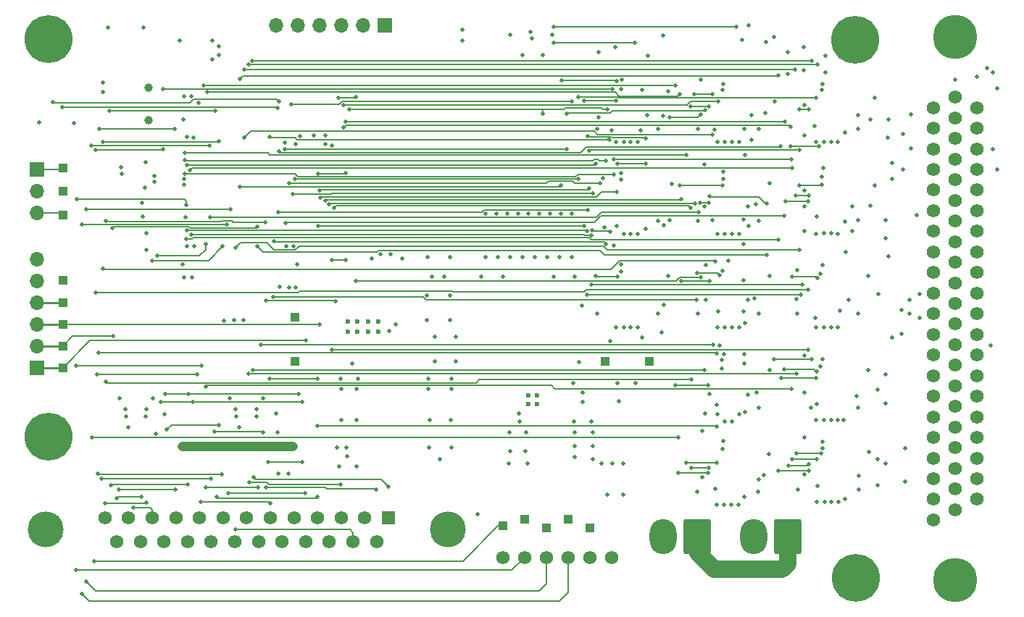
<source format=gbr>
%TF.GenerationSoftware,KiCad,Pcbnew,8.0.1*%
%TF.CreationDate,2024-11-04T21:37:07-08:00*%
%TF.ProjectId,kasm_pcb_rev2,6b61736d-5f70-4636-925f-726576322e6b,rev?*%
%TF.SameCoordinates,Original*%
%TF.FileFunction,Copper,L3,Inr*%
%TF.FilePolarity,Positive*%
%FSLAX46Y46*%
G04 Gerber Fmt 4.6, Leading zero omitted, Abs format (unit mm)*
G04 Created by KiCad (PCBNEW 8.0.1) date 2024-11-04 21:37:07*
%MOMM*%
%LPD*%
G01*
G04 APERTURE LIST*
G04 Aperture macros list*
%AMRoundRect*
0 Rectangle with rounded corners*
0 $1 Rounding radius*
0 $2 $3 $4 $5 $6 $7 $8 $9 X,Y pos of 4 corners*
0 Add a 4 corners polygon primitive as box body*
4,1,4,$2,$3,$4,$5,$6,$7,$8,$9,$2,$3,0*
0 Add four circle primitives for the rounded corners*
1,1,$1+$1,$2,$3*
1,1,$1+$1,$4,$5*
1,1,$1+$1,$6,$7*
1,1,$1+$1,$8,$9*
0 Add four rect primitives between the rounded corners*
20,1,$1+$1,$2,$3,$4,$5,0*
20,1,$1+$1,$4,$5,$6,$7,0*
20,1,$1+$1,$6,$7,$8,$9,0*
20,1,$1+$1,$8,$9,$2,$3,0*%
G04 Aperture macros list end*
%TA.AperFunction,ComponentPad*%
%ADD10C,4.191000*%
%TD*%
%TA.AperFunction,ComponentPad*%
%ADD11R,1.562100X1.562100*%
%TD*%
%TA.AperFunction,ComponentPad*%
%ADD12C,1.562100*%
%TD*%
%TA.AperFunction,ComponentPad*%
%ADD13C,0.600000*%
%TD*%
%TA.AperFunction,ComponentPad*%
%ADD14R,1.000000X1.000000*%
%TD*%
%TA.AperFunction,ComponentPad*%
%ADD15RoundRect,0.250000X1.330000X1.800000X-1.330000X1.800000X-1.330000X-1.800000X1.330000X-1.800000X0*%
%TD*%
%TA.AperFunction,ComponentPad*%
%ADD16O,3.160000X4.100000*%
%TD*%
%TA.AperFunction,ComponentPad*%
%ADD17C,5.600000*%
%TD*%
%TA.AperFunction,ComponentPad*%
%ADD18C,1.574800*%
%TD*%
%TA.AperFunction,ComponentPad*%
%ADD19C,1.575000*%
%TD*%
%TA.AperFunction,ComponentPad*%
%ADD20C,5.175000*%
%TD*%
%TA.AperFunction,ComponentPad*%
%ADD21C,1.000000*%
%TD*%
%TA.AperFunction,ComponentPad*%
%ADD22R,1.700000X1.700000*%
%TD*%
%TA.AperFunction,ComponentPad*%
%ADD23O,1.700000X1.700000*%
%TD*%
%TA.AperFunction,ViaPad*%
%ADD24C,0.500000*%
%TD*%
%TA.AperFunction,Conductor*%
%ADD25C,0.200000*%
%TD*%
%TA.AperFunction,Conductor*%
%ADD26C,0.127000*%
%TD*%
%TA.AperFunction,Conductor*%
%ADD27C,2.000000*%
%TD*%
%TA.AperFunction,Conductor*%
%ADD28C,0.254000*%
%TD*%
%TA.AperFunction,Conductor*%
%ADD29C,1.100000*%
%TD*%
G04 APERTURE END LIST*
D10*
%TO.N,GND*%
%TO.C,J4*%
X81077400Y-115697000D03*
X128118200Y-115697000D03*
D11*
%TO.N,/Eddy Current Sensors/IN3A*%
X121157800Y-114274600D03*
D12*
%TO.N,unconnected-(J4-Pad2)*%
X118397800Y-114274600D03*
%TO.N,/Eddy Current Sensors/IN2B*%
X115637800Y-114274600D03*
%TO.N,/Eddy Current Sensors/IN1A*%
X112877800Y-114274600D03*
%TO.N,unconnected-(J4-Pad5)*%
X110117800Y-114274600D03*
%TO.N,/Eddy Current Sensors/IN0A*%
X107357800Y-114274600D03*
%TO.N,unconnected-(J4-Pad7)*%
X104597800Y-114274600D03*
%TO.N,/Eddy Current Sensors/IN4A*%
X101837800Y-114274600D03*
%TO.N,unconnected-(J4-Pad9)*%
X99077800Y-114274600D03*
%TO.N,/Eddy Current Sensors/IN5B*%
X96317800Y-114274600D03*
%TO.N,/Eddy Current Sensors/IN6A*%
X93557800Y-114274600D03*
%TO.N,unconnected-(J4-Pad12)*%
X90797800Y-114274600D03*
%TO.N,/Eddy Current Sensors/IN7B*%
X88037800Y-114274600D03*
%TO.N,/Eddy Current Sensors/IN3B*%
X119777800Y-117119400D03*
%TO.N,/Eddy Current Sensors/IN2A*%
X117017800Y-117119400D03*
%TO.N,unconnected-(J4-P16-Pad16)*%
X114257800Y-117119400D03*
%TO.N,/Eddy Current Sensors/IN1B*%
X111497800Y-117119400D03*
%TO.N,unconnected-(J4-P18-Pad18)*%
X108737800Y-117119400D03*
%TO.N,/Eddy Current Sensors/IN0B*%
X105977800Y-117119400D03*
%TO.N,unconnected-(J4-P20-Pad20)*%
X103217800Y-117119400D03*
%TO.N,/Eddy Current Sensors/IN4B*%
X100457800Y-117119400D03*
%TO.N,/Eddy Current Sensors/IN5A*%
X97697800Y-117119400D03*
%TO.N,unconnected-(J4-P23-Pad23)*%
X94937800Y-117119400D03*
%TO.N,/Eddy Current Sensors/IN6B*%
X92177800Y-117119400D03*
%TO.N,/Eddy Current Sensors/IN7A*%
X89417800Y-117119400D03*
%TD*%
D13*
%TO.N,GND*%
%TO.C,U1*%
X119989600Y-91357600D03*
X118789600Y-91357600D03*
X117489600Y-91357600D03*
X116389600Y-91357600D03*
X119989600Y-92557600D03*
X118789600Y-92557600D03*
X117489600Y-92557600D03*
X116389600Y-92557600D03*
%TD*%
D14*
%TO.N,GND*%
%TO.C,TP13*%
X110261400Y-90850600D03*
%TD*%
D15*
%TO.N,+12V*%
%TO.C,J1*%
X167784000Y-116522600D03*
D16*
%TO.N,GND*%
X163824000Y-116522600D03*
%TD*%
D14*
%TO.N,GND*%
%TO.C,TP15*%
X83108800Y-86563200D03*
%TD*%
D17*
%TO.N,GND*%
%TO.C,H3*%
X81432400Y-58389400D03*
%TD*%
D14*
%TO.N,GND*%
%TO.C,TP16*%
X144741900Y-115468400D03*
%TD*%
D18*
%TO.N,SPI6_NSS*%
%TO.C,J6*%
X134518400Y-118986800D03*
%TO.N,SPI6_SCK*%
X137058400Y-118986800D03*
%TO.N,SPI6_MISO*%
X139598400Y-118986800D03*
%TO.N,SPI6_MOSI*%
X142138400Y-118986800D03*
%TO.N,GND*%
X144678400Y-118986800D03*
%TO.N,unconnected-(J6-Pin_6-Pad6)*%
X147218400Y-118986800D03*
%TD*%
D14*
%TO.N,UART4_TX*%
%TO.C,TP14*%
X83108800Y-78892400D03*
%TD*%
%TO.N,+1.8V*%
%TO.C,TP5*%
X151638000Y-96062800D03*
%TD*%
%TO.N,GND*%
%TO.C,TP1*%
X146456400Y-96062800D03*
%TD*%
D19*
%TO.N,HRTIM_CHA1_OUT1*%
%TO.C,J20*%
X184835800Y-66362800D03*
%TO.N,HRTIM_CHA1_OUT2*%
X184835800Y-68772800D03*
%TO.N,HRTIM_CHA2_OUT1*%
X184835800Y-71182800D03*
%TO.N,HRTIM_CHA2_OUT2*%
X184835800Y-73592800D03*
%TO.N,HRTIM_CHB1_OUT1*%
X184835800Y-76002800D03*
%TO.N,HRTIM_CHB1_OUT2*%
X184835800Y-78412800D03*
%TO.N,TIM8_CH4_OUT1*%
X184835800Y-80822800D03*
%TO.N,TIM8_CH4_OUT2*%
X184835800Y-83232800D03*
%TO.N,TIM2_CH1_OUT1*%
X184835800Y-85642800D03*
%TO.N,TIM2_CH1_OUT2*%
X184835800Y-88052800D03*
%TO.N,TIM5_CH2_OUT1*%
X184835800Y-90462800D03*
%TO.N,TIM5_CH2_OUT2*%
X184835800Y-92872800D03*
%TO.N,HRTIM_CHB2_OUT1*%
X184835800Y-95282800D03*
%TO.N,HRTIM_CHB2_OUT2*%
X184835800Y-97692800D03*
%TO.N,HRTIM_CHC1_OUT1*%
X184835800Y-100102800D03*
%TO.N,HRTIM_CHC1_OUT2*%
X184835800Y-102512800D03*
%TO.N,TIM5_CH3_OUT1*%
X184835800Y-104922800D03*
%TO.N,TIM5_CH3_OUT2*%
X184835800Y-107332800D03*
%TO.N,TIM13_CH1_OUT1*%
X184835800Y-109742800D03*
%TO.N,TIM13_CH1_OUT2*%
X184835800Y-112152800D03*
%TO.N,unconnected-(J20-Pad21)*%
X184835800Y-114562800D03*
%TO.N,HRTIM_CHC2_OUT1*%
X187375800Y-65157800D03*
%TO.N,HRTIM_CHC2_OUT2*%
X187375800Y-67567800D03*
%TO.N,HRTIM_CHD1_OUT1*%
X187375800Y-69977800D03*
%TO.N,HRTIM_CHD1_OUT2*%
X187375800Y-72387800D03*
%TO.N,TIM14_CH1_OUT1*%
X187375800Y-74797800D03*
%TO.N,TIM14_CH1_OUT2*%
X187375800Y-77207800D03*
%TO.N,TIM1_CH1_OUT1*%
X187375800Y-79617800D03*
%TO.N,TIM1_CH1_OUT2*%
X187375800Y-82027800D03*
%TO.N,HRTIM_CHD2_OUT1*%
X187375800Y-84437800D03*
%TO.N,HRTIM_CHD2_OUT2*%
X187375800Y-86847800D03*
%TO.N,TIM4_CH2_OUT1*%
X187375800Y-89257800D03*
%TO.N,TIM4_CH2_OUT2*%
X187375800Y-91667800D03*
%TO.N,TIM1_CH2_OUT1*%
X187375800Y-94077800D03*
%TO.N,TIM1_CH2_OUT2*%
X187375800Y-96487800D03*
%TO.N,TIM1_CH3_OUT1*%
X187375800Y-98897800D03*
%TO.N,TIM1_CH3_OUT2*%
X187375800Y-101307800D03*
%TO.N,TIM16_CH1_OUT1*%
X187375800Y-103717800D03*
%TO.N,TIM16_CH1_OUT2*%
X187375800Y-106127800D03*
%TO.N,TIM15_CH1_OUT1*%
X187375800Y-108537800D03*
%TO.N,TIM15_CH1_OUT2*%
X187375800Y-110947800D03*
%TO.N,unconnected-(J20-Pad42)*%
X187375800Y-113357800D03*
%TO.N,TIM1_CH4_OUT1*%
X189915800Y-66362800D03*
%TO.N,TIM1_CH4_OUT2*%
X189915800Y-68772800D03*
%TO.N,TIM12_CH2_OUT1*%
X189915800Y-71182800D03*
%TO.N,TIM12_CH2_OUT2*%
X189915800Y-73592800D03*
%TO.N,TIM15_CH2_OUT1*%
X189915800Y-76002800D03*
%TO.N,TIM15_CH2_OUT2*%
X189915800Y-78412800D03*
%TO.N,TIM4_CH1_OUT1*%
X189915800Y-80822800D03*
%TO.N,TIM4_CH1_OUT2*%
X189915800Y-83232800D03*
%TO.N,TIM4_CH3_OUT1*%
X189915800Y-85642800D03*
%TO.N,TIM4_CH3_OUT2*%
X189915800Y-88052800D03*
%TO.N,TIM4_CH4_OUT1*%
X189915800Y-90462800D03*
%TO.N,TIM4_CH4_OUT2*%
X189915800Y-92872800D03*
%TO.N,unconnected-(J20-Pad55)*%
X189915800Y-95282800D03*
%TO.N,unconnected-(J20-Pad56)*%
X189915800Y-97692800D03*
%TO.N,unconnected-(J20-Pad57)*%
X189915800Y-100102800D03*
%TO.N,unconnected-(J20-Pad58)*%
X189915800Y-102512800D03*
%TO.N,unconnected-(J20-Pad59)*%
X189915800Y-104922800D03*
%TO.N,unconnected-(J20-Pad60)*%
X189915800Y-107332800D03*
%TO.N,unconnected-(J20-Pad61)*%
X189915800Y-109742800D03*
%TO.N,unconnected-(J20-Pad62)*%
X189915800Y-112152800D03*
D20*
%TO.N,GND*%
X187375800Y-58109800D03*
X187375800Y-121610800D03*
%TD*%
D14*
%TO.N,SPI2_SCK*%
%TO.C,TP7*%
X83108800Y-94250932D03*
%TD*%
D17*
%TO.N,GND*%
%TO.C,H2*%
X81432400Y-104825800D03*
%TD*%
D14*
%TO.N,SPI2_MOSI*%
%TO.C,TP10*%
X83108800Y-89204800D03*
%TD*%
%TO.N,SPI2_NSS*%
%TO.C,TP8*%
X83108800Y-96774000D03*
%TD*%
%TO.N,SPI2_MISO*%
%TO.C,TP9*%
X83108800Y-91727866D03*
%TD*%
D13*
%TO.N,GND*%
%TO.C,U2*%
X137527600Y-100995000D03*
X138527600Y-100995000D03*
X137527600Y-99995000D03*
X138527600Y-99995000D03*
%TD*%
D17*
%TO.N,GND*%
%TO.C,H1*%
X175793400Y-121335800D03*
%TD*%
D14*
%TO.N,SPI6_MOSI*%
%TO.C,TP6*%
X142201900Y-114452400D03*
%TD*%
D17*
%TO.N,GND*%
%TO.C,H4*%
X175691800Y-58445400D03*
%TD*%
D21*
%TO.N,I2C4_SCL*%
%TO.C,TP27*%
X93141800Y-64033400D03*
%TD*%
D14*
%TO.N,SPI6_SCK*%
%TO.C,TP2*%
X137121900Y-114452400D03*
%TD*%
D22*
%TO.N,+3.3V*%
%TO.C,J5*%
X120777000Y-56769000D03*
D23*
%TO.N,DEBUG_JTCK-SWCLK*%
X118237000Y-56769000D03*
%TO.N,GND*%
X115697000Y-56769000D03*
%TO.N,DEBUG_JTMS-SWDIO*%
X113157000Y-56769000D03*
%TO.N,/MCU/NRST*%
X110617000Y-56769000D03*
%TO.N,DEBUG_JTDO-SWO*%
X108077000Y-56769000D03*
%TD*%
D22*
%TO.N,UART4_RX*%
%TO.C,J7*%
X80137000Y-73609200D03*
D23*
%TO.N,GND*%
X80137000Y-76149200D03*
%TO.N,UART4_TX*%
X80137000Y-78689200D03*
%TD*%
D22*
%TO.N,SPI2_NSS*%
%TO.C,J3*%
X80137000Y-96748600D03*
D23*
%TO.N,SPI2_SCK*%
X80137000Y-94208600D03*
%TO.N,SPI2_MISO*%
X80137000Y-91668600D03*
%TO.N,SPI2_MOSI*%
X80137000Y-89128600D03*
%TO.N,GND*%
X80137000Y-86588600D03*
%TO.N,unconnected-(J3-Pin_6-Pad6)*%
X80137000Y-84048600D03*
%TD*%
D21*
%TO.N,I2C4_SDA*%
%TO.C,TP26*%
X93141800Y-67843400D03*
%TD*%
D14*
%TO.N,GND*%
%TO.C,TP17*%
X83108800Y-76149200D03*
%TD*%
%TO.N,UART4_RX*%
%TO.C,TP11*%
X83108800Y-73406000D03*
%TD*%
%TO.N,+3.3V*%
%TO.C,TP12*%
X110261400Y-96012000D03*
%TD*%
%TO.N,SPI6_MISO*%
%TO.C,TP4*%
X139661900Y-115468400D03*
%TD*%
%TO.N,SPI6_NSS*%
%TO.C,TP3*%
X134581900Y-115214400D03*
%TD*%
D15*
%TO.N,+12V*%
%TO.C,J2*%
X157198200Y-116522600D03*
D16*
%TO.N,GND*%
X153238200Y-116522600D03*
%TD*%
D24*
%TO.N,GND*%
X116357400Y-107137200D03*
%TO.N,+3.3V*%
X131572000Y-113893600D03*
%TO.N,GND*%
X171881800Y-63576200D03*
X101346000Y-59182000D03*
X120218200Y-83515200D03*
X115697000Y-102870000D03*
X142544800Y-78765400D03*
X173685200Y-70408800D03*
X117627400Y-98094800D03*
X162026600Y-112826800D03*
X92684600Y-75717400D03*
X152628600Y-90451400D03*
X148310600Y-84709000D03*
X176022000Y-79554800D03*
X172868500Y-70404000D03*
X152628600Y-68861400D03*
X115138200Y-106095800D03*
X125882400Y-106095800D03*
X135051800Y-78765400D03*
X148437600Y-63100700D03*
X164439600Y-68861400D03*
X115697000Y-99263200D03*
X116255800Y-106095800D03*
X143891000Y-99650800D03*
X125704600Y-83845400D03*
X135204200Y-108000800D03*
X150291800Y-81102200D03*
X137185400Y-106527600D03*
X113766600Y-70612000D03*
X98958400Y-65786000D03*
X90805000Y-103733600D03*
X96774000Y-58547000D03*
X162102800Y-81102200D03*
X128422400Y-102870000D03*
X126212600Y-86156800D03*
X148336000Y-74015600D03*
X160274000Y-73865600D03*
X94996000Y-102209600D03*
X172870700Y-102920800D03*
X108432600Y-87274400D03*
X97155000Y-84658200D03*
X114579400Y-70781900D03*
X157327600Y-90449400D03*
X97663000Y-82575400D03*
X153847800Y-64465200D03*
X133807200Y-78765400D03*
X145034000Y-104292400D03*
X157251400Y-111282200D03*
X116916200Y-96291400D03*
X108000800Y-102108000D03*
X160909000Y-84226400D03*
X165658800Y-97053400D03*
X162102800Y-102235000D03*
X177977800Y-75412600D03*
X146050000Y-108000800D03*
X146354800Y-80340200D03*
X135331200Y-104292400D03*
X146710400Y-111582200D03*
X145034000Y-107416600D03*
X149484300Y-70358000D03*
X171907200Y-105435400D03*
X122021600Y-91694000D03*
X137236200Y-104292400D03*
X164363400Y-111284200D03*
X145516600Y-68859400D03*
X162102800Y-70358000D03*
X110312200Y-70612000D03*
X88392000Y-57023000D03*
X101981000Y-91287600D03*
X137947400Y-58293000D03*
X153847800Y-86055200D03*
X128346200Y-83845400D03*
X148564600Y-111607600D03*
X160274000Y-63576200D03*
X92583000Y-57023000D03*
X165658800Y-86055200D03*
X103378000Y-102463600D03*
X136372600Y-102158800D03*
X97282000Y-86207600D03*
X149468100Y-92056800D03*
X173685200Y-81102200D03*
X172937700Y-112471200D03*
X103124000Y-91236800D03*
X162102800Y-92056800D03*
X164439600Y-79580200D03*
X168986200Y-110977400D03*
X136296400Y-78765400D03*
X117424200Y-102870000D03*
X177317400Y-106583200D03*
X172877700Y-92044800D03*
X158165800Y-102133400D03*
X139217400Y-60198000D03*
X161213800Y-112826800D03*
X89712800Y-100355400D03*
X157327600Y-79578200D03*
X176022000Y-101424200D03*
X160274000Y-105308400D03*
X171856400Y-84727200D03*
X92481400Y-79095600D03*
X171958000Y-73456800D03*
X147904200Y-98577400D03*
X176022000Y-68836000D03*
X97307400Y-74701400D03*
X126009400Y-102870000D03*
X177241200Y-97028000D03*
X165582600Y-106888000D03*
X119253000Y-83997800D03*
X90500200Y-102463600D03*
X127203200Y-107416600D03*
X166227000Y-58089800D03*
X161286100Y-70358000D03*
X115443000Y-108331000D03*
X160147000Y-95885000D03*
X92384000Y-77444600D03*
X171907200Y-95732800D03*
X135382000Y-106527600D03*
X161295300Y-81088800D03*
X108229400Y-104343200D03*
X154228800Y-75285600D03*
X115595400Y-98094800D03*
X117475000Y-108331000D03*
X142824200Y-103047800D03*
X140055600Y-78765400D03*
X128524000Y-106095800D03*
X169748200Y-69570600D03*
X169773600Y-80772000D03*
X145034000Y-105943400D03*
X102590600Y-100355400D03*
X90043000Y-74066400D03*
X173685200Y-92056800D03*
X162518600Y-58445400D03*
X137541000Y-78740000D03*
X176022000Y-90426000D03*
X117424200Y-99263200D03*
X166261300Y-65640700D03*
X150037800Y-98602800D03*
X109537597Y-87350600D03*
X145516600Y-90449400D03*
X89941400Y-73304400D03*
X90449400Y-101574600D03*
X147307300Y-108000800D03*
X103327200Y-101574600D03*
X164439600Y-90451400D03*
X98107403Y-65049400D03*
X142773400Y-98577400D03*
X173761400Y-112471200D03*
X144907000Y-103047800D03*
X103682800Y-103733600D03*
X143891000Y-100736400D03*
X98399600Y-69824600D03*
X142925800Y-105943400D03*
X138811000Y-78765400D03*
X97434400Y-79197200D03*
X161286100Y-103068400D03*
X165658800Y-75184000D03*
X173685200Y-102920800D03*
X152628600Y-79580200D03*
X150291800Y-70358000D03*
X142925800Y-107188000D03*
X93802200Y-74371200D03*
X104267000Y-91236800D03*
X161288300Y-92056800D03*
X100584000Y-58547000D03*
X157327600Y-68859400D03*
X168910000Y-90424000D03*
X127711200Y-86156800D03*
X172861500Y-81076800D03*
X141300200Y-78765400D03*
X137414000Y-108000800D03*
X87833200Y-64490600D03*
X140258800Y-57835800D03*
X178003200Y-65204400D03*
X150291800Y-92056800D03*
X121259600Y-92506800D03*
X149477300Y-81102200D03*
X132537200Y-78740000D03*
X109233367Y-82575400D03*
X170484800Y-101422200D03*
X142925800Y-104292400D03*
X177241200Y-86029800D03*
X148564600Y-108000800D03*
X176098200Y-110979400D03*
X136525000Y-103047800D03*
X164439600Y-101449600D03*
%TO.N,+3.3V*%
X129794000Y-57277000D03*
X122783600Y-83997800D03*
X93649800Y-100355400D03*
X125831600Y-98094800D03*
X92913200Y-101574600D03*
X93954600Y-104463100D03*
X112420400Y-69621400D03*
X109499400Y-109143800D03*
X105791000Y-101574600D03*
X125679200Y-88341200D03*
X128371600Y-91186000D03*
X98221800Y-86182200D03*
X129032000Y-96012000D03*
X101346000Y-60198000D03*
X121419000Y-83515200D03*
X110464600Y-84658200D03*
X129032000Y-93167200D03*
X128524000Y-99263200D03*
X93802200Y-75031600D03*
X97307400Y-65049400D03*
X97180400Y-67741800D03*
X108331000Y-109143800D03*
X129794000Y-58547000D03*
X92837000Y-102463600D03*
X106527600Y-100355400D03*
X125831600Y-99263200D03*
X113817400Y-69621400D03*
X110794800Y-69697600D03*
X92862400Y-81041750D03*
X92760800Y-72720200D03*
X97282000Y-75336400D03*
X110337600Y-87350600D03*
X126542800Y-96012000D03*
X110032800Y-82605571D03*
X105714800Y-102463600D03*
X98463003Y-82575400D03*
X80314800Y-68122800D03*
X97600146Y-69794991D03*
X100584000Y-60706000D03*
X125679200Y-91186000D03*
X84429600Y-68148200D03*
X87833200Y-63423800D03*
X126542800Y-93167200D03*
X128371600Y-88341200D03*
X128524000Y-98094800D03*
X92893900Y-82997550D03*
%TO.N,REF*%
X153263600Y-67284600D03*
X178308000Y-99364800D03*
X177444400Y-77851000D03*
X164109400Y-77673200D03*
X153365200Y-89433400D03*
X154025600Y-79552800D03*
X165227000Y-67005200D03*
X164185600Y-99633000D03*
X177495200Y-67741800D03*
X163957000Y-88671400D03*
X178358800Y-88138000D03*
X153238200Y-57962800D03*
X165261800Y-58648600D03*
X179247800Y-107924600D03*
X164998400Y-109354200D03*
%TO.N,DEBUG_JTMS-SWDIO*%
X109055599Y-70471601D03*
%TO.N,SPI2_MOSI*%
X97561400Y-77698600D03*
X84734400Y-77038200D03*
%TO.N,SPI2_MISO*%
X113131600Y-91719400D03*
%TO.N,SPI2_NSS*%
X111506000Y-93599000D03*
%TO.N,SPI2_SCK*%
X88925400Y-80467200D03*
X88950800Y-93091000D03*
X105816400Y-80238600D03*
%TO.N,UART4_RX*%
X83032600Y-66319400D03*
X108229400Y-66421000D03*
%TO.N,UART4_TX*%
X81940400Y-65735200D03*
X108356400Y-65633600D03*
%TO.N,/Eddy Current Sensors/IN0B*%
X105892600Y-110799600D03*
X99857800Y-110794800D03*
%TO.N,/Eddy Current Sensors/IN0A*%
X99263200Y-112445800D03*
X107340400Y-112599600D03*
%TO.N,/Eddy Current Sensors/IN1B*%
X111420200Y-111399600D03*
X102493800Y-111399600D03*
%TO.N,/Eddy Current Sensors/IN1A*%
X112877600Y-111887000D03*
X101057800Y-111836200D03*
%TO.N,/Eddy Current Sensors/IN2B*%
X115595400Y-110413800D03*
X104931100Y-110194800D03*
%TO.N,/Eddy Current Sensors/IN2A*%
X103276400Y-115671600D03*
%TO.N,/Eddy Current Sensors/IN3B*%
X119761000Y-110972600D03*
X106857800Y-110799600D03*
%TO.N,/Eddy Current Sensors/IN3A*%
X121157800Y-110642400D03*
X105431100Y-109561981D03*
%TO.N,TIM1_CH4_OUT1*%
X145719800Y-59842400D03*
X167843200Y-59842400D03*
X167843200Y-62433200D03*
X145719800Y-67462400D03*
X189941200Y-62738000D03*
%TO.N,TIM1_CH2_OUT1*%
X158637827Y-99808938D03*
X159893000Y-94132400D03*
%TO.N,HRTIM_CHD2_OUT1*%
X158242000Y-84785200D03*
X158267400Y-88798400D03*
%TO.N,TIM1_CH3_OUT2*%
X162788600Y-101981000D03*
%TO.N,HRTIM_CHA1_OUT2*%
X170967400Y-68503800D03*
%TO.N,HRTIM_CHD2_OUT2*%
X162661600Y-86563200D03*
X162636200Y-90220800D03*
X159664400Y-90170000D03*
%TO.N,TIM1_CH1_OUT2*%
X162687000Y-82296000D03*
X162687000Y-79428200D03*
%TO.N,TIM5_CH2_OUT1*%
X182041800Y-88798400D03*
X174903718Y-88793411D03*
X182041800Y-90449400D03*
%TO.N,TIM4_CH4_OUT2*%
X150825200Y-93192600D03*
X180009800Y-93192600D03*
%TO.N,TIM16_CH1_OUT2*%
X181559200Y-110083600D03*
X181559200Y-106222800D03*
X159359600Y-110896400D03*
%TO.N,TIM4_CH3_OUT2*%
X147091400Y-93624400D03*
X191490600Y-94132400D03*
%TO.N,HRTIM_CHB1_OUT1*%
X169748200Y-76022200D03*
X169722800Y-77914801D03*
%TO.N,HRTIM_CHB2_OUT1*%
X169722800Y-95351600D03*
X169722800Y-99669600D03*
%TO.N,TIM14_CH1_OUT2*%
X159029400Y-79502000D03*
%TO.N,TIM4_CH2_OUT1*%
X163169600Y-88849200D03*
%TO.N,TIM8_CH4_OUT2*%
X174574200Y-83235800D03*
X174504775Y-79723637D03*
%TO.N,TIM13_CH1_OUT2*%
X174472600Y-112115600D03*
%TO.N,HRTIM_CHC1_OUT1*%
X175895000Y-100076000D03*
%TO.N,TIM1_CH1_OUT1*%
X163195000Y-77927200D03*
X163220400Y-80213200D03*
%TO.N,TIM2_CH1_OUT1*%
X168884600Y-85344000D03*
X168859200Y-88773000D03*
%TO.N,TIM5_CH2_OUT2*%
X173913800Y-90093800D03*
X181102000Y-89992200D03*
X181102000Y-92837000D03*
%TO.N,TIM4_CH3_OUT1*%
X143789400Y-89484200D03*
X179552600Y-83769200D03*
%TO.N,TIM5_CH3_OUT1*%
X169799000Y-104927400D03*
X169799000Y-109270800D03*
%TO.N,HRTIM_CHC2_OUT2*%
X179527200Y-69900800D03*
X179552600Y-67716400D03*
X159258000Y-68935600D03*
%TO.N,TIM1_CH2_OUT2*%
X162737800Y-96291400D03*
X159486600Y-101142800D03*
X162737800Y-95173800D03*
X160324800Y-95148400D03*
%TO.N,TIM4_CH1_OUT1*%
X182880000Y-78892400D03*
X153339800Y-80086200D03*
%TO.N,TIM4_CH2_OUT2*%
X162814000Y-91541600D03*
%TO.N,TIM15_CH1_OUT1*%
X164414200Y-109804200D03*
%TO.N,TIM1_CH4_OUT2*%
X147243800Y-68986400D03*
X147650200Y-59283600D03*
X169672000Y-59283600D03*
X191135000Y-61696600D03*
X169672000Y-61976000D03*
%TO.N,TIM12_CH2_OUT1*%
X191744600Y-62204600D03*
X172186600Y-62230000D03*
X151434800Y-60325000D03*
X172186600Y-60299600D03*
X191744600Y-71247000D03*
X151409400Y-67208400D03*
%TO.N,HRTIM_CHC2_OUT1*%
X154000200Y-67462400D03*
X157632400Y-67183000D03*
X187375800Y-63119000D03*
X157632400Y-63100700D03*
%TO.N,HRTIM_CHA2_OUT1*%
X175996600Y-67208400D03*
X182219600Y-71170800D03*
X182168800Y-67183000D03*
%TO.N,HRTIM_CHA1_OUT1*%
X169722800Y-66090800D03*
%TO.N,HRTIM_CHB1_OUT2*%
X171170600Y-79121000D03*
%TO.N,HRTIM_CHA2_OUT2*%
X181279800Y-69443600D03*
X174523400Y-69265800D03*
X181279800Y-73609200D03*
%TO.N,TIM13_CH1_OUT1*%
X176072800Y-109372400D03*
%TO.N,TIM2_CH1_OUT2*%
X171018200Y-90906600D03*
X183261000Y-90957400D03*
X183261000Y-88163400D03*
%TO.N,TIM15_CH2_OUT2*%
X147472400Y-82473800D03*
X179273200Y-81635600D03*
X179273200Y-79527400D03*
%TO.N,HRTIM_CHD1_OUT2*%
X162763200Y-68859400D03*
X162788600Y-71882000D03*
%TO.N,TIM15_CH2_OUT1*%
X146266000Y-74581500D03*
%TO.N,TIM5_CH3_OUT2*%
X171272200Y-110591600D03*
X178308000Y-110515400D03*
X178308000Y-107467400D03*
%TO.N,TIM15_CH1_OUT2*%
X162737800Y-111861600D03*
%TO.N,TIM8_CH4_OUT1*%
X175387000Y-80822800D03*
X175336200Y-77876400D03*
%TO.N,TIM1_CH3_OUT1*%
X163136056Y-99890056D03*
%TO.N,TIM4_CH1_OUT2*%
X151180800Y-80492600D03*
%TO.N,TIM12_CH2_OUT2*%
X192303400Y-73583800D03*
X192303400Y-64084200D03*
X150622000Y-68986400D03*
X150825200Y-64287400D03*
%TO.N,TIM16_CH1_OUT1*%
X157835600Y-109601000D03*
X157835600Y-104190800D03*
%TO.N,HRTIM_CHD1_OUT1*%
X163550600Y-67208400D03*
X163550600Y-70104000D03*
%TO.N,TIM4_CH4_OUT1*%
X153060400Y-92633800D03*
%TO.N,TIM14_CH1_OUT1*%
X179984400Y-74676000D03*
X179984400Y-72837800D03*
X158089600Y-77927200D03*
X158089600Y-73006800D03*
%TO.N,HRTIM_CHC1_OUT2*%
X174320200Y-102920800D03*
%TO.N,HRTIM_CHB2_OUT2*%
X171221400Y-101011900D03*
X179273200Y-100965000D03*
X179273200Y-97510600D03*
%TO.N,ACTUATOR_ENABLE_MCU*%
X142570200Y-65601100D03*
X109778800Y-65963800D03*
X143408400Y-96088200D03*
%TO.N,/MCU/BOOT0*%
X100914200Y-66751200D03*
X88569800Y-66751200D03*
%TO.N,TIM2_CH4_LDC*%
X97002600Y-105892600D03*
X110032800Y-105867200D03*
%TO.N,I2C4_SDA*%
X97815400Y-99847400D03*
X95072200Y-99847400D03*
X99796600Y-82270600D03*
X94157800Y-83667600D03*
X110686100Y-99854500D03*
%TO.N,I2C4_SCL*%
X101803200Y-82550000D03*
X98323400Y-100761800D03*
X93522800Y-84251800D03*
X107137200Y-107823000D03*
X111074200Y-107823000D03*
X94589600Y-100761800D03*
X111099600Y-100736400D03*
%TO.N,HRTIM_CHD1_PHASE*%
X114251196Y-77680768D03*
X156921200Y-64795400D03*
X159029400Y-64795400D03*
X156977500Y-77597000D03*
%TO.N,TIM8_CH4_PHASE*%
X103301800Y-82702400D03*
X171831000Y-75405400D03*
X169164000Y-83007200D03*
X169189400Y-75463400D03*
%TO.N,TIM12_CH2*%
X147751800Y-65557400D03*
X143992600Y-80162400D03*
X112979200Y-80182300D03*
X143992600Y-65582800D03*
%TO.N,TIM1_CH2_PHASE*%
X158496000Y-98806000D03*
X99542600Y-63746900D03*
X154686000Y-98806000D03*
X154686000Y-63746900D03*
%TO.N,HRTIM_CHA2*%
X143383000Y-74701400D03*
X143383000Y-65151000D03*
X110236000Y-74701400D03*
X171145200Y-65227200D03*
%TO.N,TIM8_CH4*%
X168122600Y-68605400D03*
X171417500Y-70916800D03*
X168122600Y-70866000D03*
X115943300Y-68718200D03*
%TO.N,TIM15_CH2*%
X146544815Y-72605889D03*
X97383600Y-72517000D03*
%TO.N,TIM16_CH1*%
X100279200Y-70764400D03*
X158496000Y-109067600D03*
X86461600Y-70764400D03*
X155016200Y-104902000D03*
X86512400Y-104876600D03*
X155016200Y-109067600D03*
%TO.N,TIM13_CH1*%
X99814000Y-98952511D03*
X168262200Y-99237800D03*
X171196000Y-107442000D03*
X168351200Y-107442000D03*
%TO.N,TIM5_CH2_PHASE*%
X168362200Y-86156800D03*
X171323043Y-86326752D03*
X97966902Y-73679900D03*
X168362200Y-73456800D03*
%TO.N,HRTIM_CHB1*%
X170205400Y-77348122D03*
X167521700Y-77343000D03*
X116197900Y-67995800D03*
X167487600Y-67995800D03*
%TO.N,HRTIM_CHA1*%
X144653000Y-75826100D03*
X113129318Y-76040500D03*
X170230800Y-66548000D03*
X169164000Y-66522600D03*
X169138600Y-71297800D03*
X144653000Y-71348600D03*
%TO.N,SPI6_MOSI*%
X102314000Y-80010000D03*
X85344000Y-123190000D03*
X85344000Y-80010000D03*
%TO.N,HRTIM_CHD2_PHASE*%
X155346400Y-77063600D03*
X113780953Y-77232019D03*
X155346400Y-86588600D03*
X158673800Y-86588600D03*
%TO.N,HRTIM_CHB2_PHASE*%
X103809800Y-63017400D03*
X170611800Y-95808800D03*
X166674800Y-62611000D03*
X166217600Y-95783400D03*
%TO.N,TIM4_CH2*%
X159359600Y-84302600D03*
X101320600Y-70307200D03*
X87764100Y-70350900D03*
X87764100Y-85217000D03*
%TO.N,HRTIM_CHC1_PHASE*%
X171201683Y-97240700D03*
X167435200Y-79019400D03*
X167435200Y-96926400D03*
X109169200Y-79883000D03*
%TO.N,TIM4_CH3_PHASE*%
X146583400Y-82270600D03*
X107797600Y-81998300D03*
%TO.N,TIM13_CH1_PHASE*%
X171704000Y-106756200D03*
X104825800Y-97434400D03*
X168833800Y-97459800D03*
X168833800Y-106807000D03*
%TO.N,HRTIM_CHC2_PHASE*%
X114808000Y-78105000D03*
X156464000Y-66192400D03*
X158623000Y-66192400D03*
X156464000Y-78105000D03*
%TO.N,TIM4_CH1*%
X147802600Y-76174600D03*
X113234860Y-76879477D03*
%TO.N,TIM4_CH4_PHASE*%
X147931768Y-86156297D03*
X145415000Y-72938600D03*
X97617660Y-73073242D03*
X145415000Y-86004400D03*
%TO.N,SPI6_SCK*%
X99314000Y-96545400D03*
X84709000Y-120446800D03*
X84683600Y-96545400D03*
%TO.N,TIM1_CH1_PHASE*%
X155194000Y-75438000D03*
X160197800Y-75438000D03*
X155194000Y-64770000D03*
X99956100Y-64573900D03*
%TO.N,TIM1_CH1*%
X159035165Y-69492689D03*
X104317800Y-69850000D03*
%TO.N,SPI6_MISO*%
X85852000Y-78232000D03*
X85852000Y-121742200D03*
X102727500Y-78232000D03*
%TO.N,HRTIM_CHD2*%
X117373400Y-65125600D03*
X115290600Y-65201800D03*
X117373400Y-86588600D03*
X157657800Y-86175100D03*
%TO.N,TIM12_CH2_PHASE*%
X103809800Y-75590400D03*
X141376400Y-63195200D03*
X147802600Y-63220600D03*
X141351000Y-75438000D03*
%TO.N,HRTIM_CHB1_PHASE*%
X168681400Y-61925200D03*
X170281600Y-76606400D03*
X104343200Y-61925200D03*
X168760000Y-76606400D03*
%TO.N,HRTIM_CHD1*%
X159664400Y-65640700D03*
X115925600Y-66014600D03*
%TO.N,HRTIM_CHA2_PHASE*%
X171272200Y-61341000D03*
X104800400Y-61290200D03*
%TO.N,TIM1_CH3_PHASE*%
X96164400Y-68884800D03*
X87350600Y-68884800D03*
X159486600Y-95072200D03*
X87325200Y-94996000D03*
%TO.N,SPI6_NSS*%
X98806000Y-97561400D03*
X87147400Y-97586800D03*
X86766400Y-119354600D03*
%TO.N,TIM1_CH4*%
X114942100Y-88976200D03*
X116611400Y-66573400D03*
X106857800Y-88900000D03*
X139166600Y-67030600D03*
X146710400Y-66522600D03*
%TO.N,HRTIM_CHC2*%
X109067600Y-71195400D03*
X142011400Y-67030600D03*
X158165800Y-66649600D03*
X142011400Y-71195400D03*
%TO.N,TIM16_CH1_PHASE*%
X156514800Y-98163900D03*
X158585005Y-108474236D03*
X88177600Y-79596500D03*
X156514800Y-108458000D03*
X106807000Y-79756000D03*
X88163400Y-98425000D03*
%TO.N,TIM15_CH2_PHASE*%
X146989800Y-70154800D03*
X107315000Y-69773800D03*
%TO.N,TIM1_CH2*%
X158038800Y-97028000D03*
X105308400Y-97028000D03*
%TO.N,TIM1_CH3*%
X159080200Y-94107000D03*
X106299000Y-94081600D03*
%TO.N,TIM1_CH4_PHASE*%
X94792800Y-64160400D03*
X147345400Y-64160400D03*
%TO.N,TIM5_CH3_PHASE*%
X147472400Y-72415400D03*
X97332800Y-74093400D03*
X170272043Y-108089071D03*
X168267900Y-72415400D03*
X147497800Y-74168000D03*
X167868600Y-108229400D03*
%TO.N,TIM14_CH1*%
X158623000Y-77444600D03*
X157403800Y-78601200D03*
X100304600Y-79171800D03*
X157559211Y-77449980D03*
%TO.N,TIM4_CH4*%
X145001500Y-76370700D03*
X144983200Y-80695800D03*
X110007400Y-76454000D03*
X147040600Y-80848200D03*
%TO.N,HRTIM_CHA1_PHASE*%
X105283000Y-60876700D03*
X170611800Y-60876700D03*
%TO.N,TIM15_CH1_PHASE*%
X107314000Y-98043000D03*
X112903000Y-103581200D03*
X159537400Y-103606600D03*
X112826800Y-98044000D03*
%TO.N,TIM15_CH1*%
X97374859Y-71686500D03*
X159486600Y-107899200D03*
X155956000Y-107899200D03*
X155950500Y-71901900D03*
%TO.N,TIM4_CH1_PHASE*%
X108280200Y-78613000D03*
X151231600Y-69977000D03*
X147911300Y-72948800D03*
X151231600Y-72948800D03*
X144449800Y-78333600D03*
X144406100Y-69684900D03*
%TO.N,TIM4_CH3*%
X109575600Y-75209400D03*
X145891300Y-75184000D03*
%TO.N,TIM2_CH1*%
X144348200Y-80791900D03*
X169367200Y-88214200D03*
X97612200Y-80695800D03*
X144399000Y-88214200D03*
%TO.N,TIM4_CH2_PHASE*%
X159842200Y-85979000D03*
X157175200Y-88798400D03*
X157200600Y-85717900D03*
X107727500Y-88468200D03*
%TO.N,TIM14_CH1_PHASE*%
X158648400Y-76708000D03*
X165354000Y-77597000D03*
X105816400Y-82575400D03*
X165354000Y-83566000D03*
%TO.N,TIM2_CH1_PHASE*%
X86937100Y-87960200D03*
X170155069Y-87644585D03*
X94818200Y-71247000D03*
X86937100Y-71272400D03*
%TO.N,HRTIM_CHC1*%
X166954200Y-70884300D03*
X167088300Y-97942400D03*
X171119800Y-97942400D03*
X108356400Y-71488400D03*
%TO.N,TIM5_CH2*%
X144881600Y-81305400D03*
X144881600Y-87071200D03*
X98120200Y-81209300D03*
X169519600Y-87071200D03*
%TO.N,HRTIM_CHB2*%
X114528600Y-84175600D03*
X116179600Y-84175600D03*
X112953800Y-74060900D03*
X114528600Y-94633300D03*
X170180000Y-94633300D03*
X116179600Y-74041000D03*
%TO.N,TIM5_CH3*%
X97561400Y-81722800D03*
X170307000Y-108788200D03*
X166674800Y-81838800D03*
X166674800Y-108788200D03*
%TO.N,+1.8V*%
X171660096Y-96656595D03*
X160274000Y-74676000D03*
X148310600Y-85509003D03*
X142544800Y-83845400D03*
X171799288Y-64262000D03*
X135356600Y-57835800D03*
X160475500Y-92056800D03*
X172048700Y-81076800D03*
X171145200Y-81102200D03*
X160473300Y-70358000D03*
X171094400Y-70358000D03*
X159562800Y-81102200D03*
X160202274Y-106305021D03*
X148655300Y-92056800D03*
X160482500Y-81088800D03*
X172124900Y-112471200D03*
X160096200Y-96875600D03*
X132537200Y-83845400D03*
X171145200Y-102920800D03*
X133966857Y-83845400D03*
X159562800Y-102235000D03*
X148361400Y-74777600D03*
X171831000Y-74472800D03*
X160197800Y-85445311D03*
X172055700Y-70404000D03*
X159486600Y-112826800D03*
X136804400Y-60172600D03*
X163229800Y-56718200D03*
X172057900Y-102920800D03*
X137744200Y-57480200D03*
X171881800Y-106146600D03*
X141115142Y-83845400D03*
X148056600Y-100711000D03*
X147853400Y-80162400D03*
X171221400Y-112471200D03*
X148671500Y-70358000D03*
X172064900Y-92044800D03*
X132029200Y-86156800D03*
X138255828Y-83845400D03*
X147751800Y-70358000D03*
X160473300Y-103068400D03*
X135396514Y-83845400D03*
X159562800Y-70358000D03*
X140436600Y-86156800D03*
X134529200Y-86156800D03*
X147751800Y-92056800D03*
X159562800Y-92056800D03*
X136826171Y-83845400D03*
X148361400Y-64160400D03*
X142936600Y-86156800D03*
X160223200Y-64287400D03*
X171653178Y-85825740D03*
X139685485Y-83845400D03*
X148664500Y-81102200D03*
X171145200Y-92056800D03*
X160401000Y-112826800D03*
%TO.N,LDC0_INTB*%
X100812600Y-104267000D03*
X106527600Y-104292400D03*
%TO.N,LDC1_INTB*%
X101346000Y-103479600D03*
X95250000Y-104013000D03*
%TO.N,/Eddy Current Sensors/IN7B*%
X88087200Y-112598200D03*
X92913200Y-112522000D03*
%TO.N,/Eddy Current Sensors/IN5A*%
X88722200Y-110490000D03*
X97688400Y-110448800D03*
%TO.N,/Eddy Current Sensors/IN5B*%
X89687400Y-111048800D03*
X96240600Y-111048800D03*
%TO.N,/Eddy Current Sensors/IN4A*%
X101676200Y-109245400D03*
X87249000Y-109169200D03*
%TO.N,/Eddy Current Sensors/IN6A*%
X91355018Y-113121082D03*
%TO.N,/Eddy Current Sensors/IN4B*%
X100457000Y-109778800D03*
X87655400Y-109728000D03*
%TO.N,/Eddy Current Sensors/IN7A*%
X92326600Y-111887000D03*
X89417800Y-112072000D03*
%TO.N,EN_U13*%
X140462000Y-56896000D03*
X161798000Y-56896000D03*
%TO.N,EN_U16*%
X140462000Y-58801000D03*
X149987000Y-58801000D03*
%TD*%
D25*
%TO.N,/Eddy Current Sensors/IN5B*%
X89687400Y-111048800D02*
X96240600Y-111048800D01*
%TO.N,/Eddy Current Sensors/IN4B*%
X100406200Y-109728000D02*
X87655400Y-109728000D01*
X100457000Y-109778800D02*
X100406200Y-109728000D01*
%TO.N,/Eddy Current Sensors/IN7B*%
X92837000Y-112598200D02*
X88087200Y-112598200D01*
X92913200Y-112522000D02*
X92837000Y-112598200D01*
%TO.N,/Eddy Current Sensors/IN7A*%
X89602800Y-111887000D02*
X92326600Y-111887000D01*
X89417800Y-112072000D02*
X89602800Y-111887000D01*
%TO.N,/Eddy Current Sensors/IN4A*%
X87299800Y-109220000D02*
X101650800Y-109220000D01*
X87249000Y-109169200D02*
X87299800Y-109220000D01*
X101650800Y-109220000D02*
X101676200Y-109245400D01*
D26*
%TO.N,SPI6_NSS*%
X133985500Y-115214400D02*
X134581900Y-115214400D01*
X129845300Y-119354600D02*
X133985500Y-115214400D01*
X86766400Y-119354600D02*
X129845300Y-119354600D01*
D27*
%TO.N,+12V*%
X167157400Y-120319800D02*
X159181800Y-120319800D01*
X167784000Y-119693200D02*
X167157400Y-120319800D01*
X167784000Y-117322600D02*
X167784000Y-119693200D01*
X159181800Y-120319800D02*
X157198200Y-118336200D01*
D26*
%TO.N,SPI2_MOSI*%
X97561400Y-77698600D02*
X97561400Y-77266800D01*
X84741500Y-77031100D02*
X84734400Y-77038200D01*
D28*
X80213200Y-89204800D02*
X80137000Y-89128600D01*
D26*
X97561400Y-77266800D02*
X97325700Y-77031100D01*
X97325700Y-77031100D02*
X84741500Y-77031100D01*
D28*
X83108800Y-89204800D02*
X80213200Y-89204800D01*
%TO.N,SPI2_MISO*%
X80137000Y-91668600D02*
X83049534Y-91668600D01*
D26*
X113131600Y-91719400D02*
X113123134Y-91727866D01*
X113123134Y-91727866D02*
X83108800Y-91727866D01*
D28*
X83049534Y-91668600D02*
X83108800Y-91727866D01*
%TO.N,SPI2_NSS*%
X80137000Y-96748600D02*
X83083400Y-96748600D01*
D26*
X86283800Y-93599000D02*
X83108800Y-96774000D01*
D28*
X83083400Y-96748600D02*
X83108800Y-96774000D01*
D26*
X111506000Y-93599000D02*
X86283800Y-93599000D01*
%TO.N,SPI2_SCK*%
X97924678Y-80423500D02*
X97783478Y-80282300D01*
X105631500Y-80423500D02*
X97924678Y-80423500D01*
X84268732Y-93091000D02*
X83108800Y-94250932D01*
X97783478Y-80282300D02*
X89110300Y-80282300D01*
X89110300Y-80282300D02*
X88925400Y-80467200D01*
D28*
X80137000Y-94208600D02*
X83066468Y-94208600D01*
X83066468Y-94208600D02*
X83108800Y-94250932D01*
D26*
X88950800Y-93091000D02*
X84268732Y-93091000D01*
X105816400Y-80238600D02*
X105631500Y-80423500D01*
%TO.N,UART4_RX*%
X108229400Y-66421000D02*
X108146100Y-66337700D01*
X83050900Y-66337700D02*
X83032600Y-66319400D01*
X80137000Y-73609200D02*
X82905600Y-73609200D01*
X108146100Y-66337700D02*
X83050900Y-66337700D01*
X82905600Y-73609200D02*
X83108800Y-73406000D01*
%TO.N,UART4_TX*%
X82905600Y-78689200D02*
X83108800Y-78892400D01*
X97980981Y-65760600D02*
X98369081Y-65372500D01*
X81965800Y-65760600D02*
X97980981Y-65760600D01*
X81940400Y-65735200D02*
X81965800Y-65760600D01*
X98369081Y-65372500D02*
X108095300Y-65372500D01*
X80137000Y-78689200D02*
X82905600Y-78689200D01*
X108095300Y-65372500D02*
X108356400Y-65633600D01*
D25*
%TO.N,/Eddy Current Sensors/IN0B*%
X99857800Y-110794800D02*
X105887800Y-110794800D01*
X105887800Y-110794800D02*
X105892600Y-110799600D01*
%TO.N,/Eddy Current Sensors/IN0A*%
X99263200Y-112445800D02*
X107186600Y-112445800D01*
X107186600Y-112445800D02*
X107340400Y-112599600D01*
%TO.N,/Eddy Current Sensors/IN1B*%
X111425000Y-111404400D02*
X111420200Y-111399600D01*
X102493800Y-111399600D02*
X111420200Y-111399600D01*
%TO.N,/Eddy Current Sensors/IN1A*%
X112765000Y-111999600D02*
X102245271Y-111999600D01*
X102245271Y-111999600D02*
X102234271Y-111988600D01*
X112877600Y-111887000D02*
X112765000Y-111999600D01*
X102234271Y-111988600D02*
X101210200Y-111988600D01*
X101210200Y-111988600D02*
X101057800Y-111836200D01*
%TO.N,/Eddy Current Sensors/IN2B*%
X115570000Y-110388400D02*
X107153707Y-110388400D01*
X106960107Y-110194800D02*
X104931100Y-110194800D01*
X107153707Y-110388400D02*
X106960107Y-110194800D01*
X115595400Y-110413800D02*
X115570000Y-110388400D01*
%TO.N,/Eddy Current Sensors/IN2A*%
X116636800Y-115671600D02*
X117017800Y-116052600D01*
X103276400Y-115671600D02*
X116636800Y-115671600D01*
X117017800Y-116052600D02*
X117017800Y-117119400D01*
%TO.N,/Eddy Current Sensors/IN3B*%
X119761000Y-110972600D02*
X119735600Y-110947200D01*
X113822200Y-110799600D02*
X106857800Y-110799600D01*
X119735600Y-110947200D02*
X113969800Y-110947200D01*
X113969800Y-110947200D02*
X113822200Y-110799600D01*
%TO.N,/Eddy Current Sensors/IN3A*%
X121157800Y-110642400D02*
X120310200Y-109794800D01*
X120310200Y-109794800D02*
X105663919Y-109794800D01*
X105663919Y-109794800D02*
X105431100Y-109561981D01*
D26*
%TO.N,HRTIM_CHC2_OUT1*%
X157353000Y-67462400D02*
X157632400Y-67183000D01*
X154000200Y-67462400D02*
X157353000Y-67462400D01*
%TO.N,ACTUATOR_ENABLE_MCU*%
X115754322Y-65601100D02*
X142570200Y-65601100D01*
X115391622Y-65963800D02*
X115754322Y-65601100D01*
X109778800Y-65963800D02*
X115391622Y-65963800D01*
D25*
%TO.N,/MCU/BOOT0*%
X100914200Y-66751200D02*
X88569800Y-66751200D01*
D29*
%TO.N,TIM2_CH4_LDC*%
X110007400Y-105892600D02*
X97002600Y-105892600D01*
D26*
%TO.N,I2C4_SDA*%
X110686100Y-99854500D02*
X110679000Y-99847400D01*
X97815400Y-99847400D02*
X95072200Y-99847400D01*
X94157800Y-83667600D02*
X94183200Y-83693000D01*
X99085400Y-83693000D02*
X99796600Y-82981800D01*
X110679000Y-99847400D02*
X97815400Y-99847400D01*
X99796600Y-82981800D02*
X99796600Y-82270600D01*
X94183200Y-83693000D02*
X99085400Y-83693000D01*
%TO.N,I2C4_SCL*%
X93548200Y-84226400D02*
X100126800Y-84226400D01*
X98323400Y-100761800D02*
X98330500Y-100768900D01*
X98330500Y-100768900D02*
X111067100Y-100768900D01*
X94589600Y-100761800D02*
X98323400Y-100761800D01*
X111067100Y-100768900D02*
X111099600Y-100736400D01*
X93522800Y-84251800D02*
X93548200Y-84226400D01*
X100126800Y-84226400D02*
X101803200Y-82550000D01*
X111074200Y-107823000D02*
X107137200Y-107823000D01*
%TO.N,HRTIM_CHD1_PHASE*%
X114340464Y-77591500D02*
X156972000Y-77591500D01*
X159029400Y-64795400D02*
X156921200Y-64795400D01*
X114251196Y-77680768D02*
X114340464Y-77591500D01*
X156972000Y-77591500D02*
X156977500Y-77597000D01*
%TO.N,TIM8_CH4_PHASE*%
X146735222Y-83007200D02*
X146278022Y-82550000D01*
X171831000Y-75405400D02*
X171773000Y-75463400D01*
X146278022Y-82550000D02*
X110723379Y-82550000D01*
X107784071Y-83019071D02*
X106908600Y-82143600D01*
X171773000Y-75463400D02*
X169189400Y-75463400D01*
X106908600Y-82143600D02*
X103860600Y-82143600D01*
X103860600Y-82143600D02*
X103301800Y-82702400D01*
X110254308Y-83019071D02*
X107784071Y-83019071D01*
X169164000Y-83007200D02*
X146735222Y-83007200D01*
X110723379Y-82550000D02*
X110254308Y-83019071D01*
%TO.N,TIM12_CH2*%
X143992600Y-65582800D02*
X147726400Y-65582800D01*
X143972700Y-80182300D02*
X143992600Y-80162400D01*
X147726400Y-65582800D02*
X147751800Y-65557400D01*
X112979200Y-80182300D02*
X143972700Y-80182300D01*
%TO.N,TIM1_CH2_PHASE*%
X154686000Y-98806000D02*
X158496000Y-98806000D01*
X154686000Y-63746900D02*
X99542600Y-63746900D01*
%TO.N,HRTIM_CHA2*%
X110236000Y-74701400D02*
X143383000Y-74701400D01*
X148006378Y-65227200D02*
X171145200Y-65227200D01*
X147923078Y-65143900D02*
X148006378Y-65227200D01*
X143383000Y-65151000D02*
X147573422Y-65151000D01*
X147573422Y-65151000D02*
X147580522Y-65143900D01*
X147580522Y-65143900D02*
X147923078Y-65143900D01*
%TO.N,TIM8_CH4*%
X171366700Y-70866000D02*
X168122600Y-70866000D01*
X167963100Y-68445900D02*
X168122600Y-68605400D01*
X116215600Y-68445900D02*
X167963100Y-68445900D01*
X171417500Y-70916800D02*
X171366700Y-70866000D01*
X115943300Y-68718200D02*
X116215600Y-68445900D01*
%TO.N,TIM15_CH2*%
X145067659Y-72559742D02*
X145202301Y-72425100D01*
X145762341Y-72559742D02*
X146498668Y-72559742D01*
X145202301Y-72425100D02*
X145627699Y-72425100D01*
X145627699Y-72425100D02*
X145762341Y-72559742D01*
X97383600Y-72517000D02*
X97426342Y-72559742D01*
X146498668Y-72559742D02*
X146544815Y-72605889D01*
X97426342Y-72559742D02*
X145067659Y-72559742D01*
%TO.N,TIM16_CH1*%
X155016200Y-109067600D02*
X158496000Y-109067600D01*
X143802444Y-104902000D02*
X155016200Y-104902000D01*
X86512400Y-104876600D02*
X143777044Y-104876600D01*
X143777044Y-104876600D02*
X143802444Y-104902000D01*
X100279200Y-70764400D02*
X86461600Y-70764400D01*
%TO.N,TIM13_CH1*%
X99814000Y-98952511D02*
X99916811Y-98849700D01*
X99916811Y-98849700D02*
X140175500Y-98849700D01*
X168351200Y-107442000D02*
X171196000Y-107442000D01*
X168243900Y-99219500D02*
X168262200Y-99237800D01*
X140545300Y-99219500D02*
X168243900Y-99219500D01*
X140175500Y-98849700D02*
X140545300Y-99219500D01*
%TO.N,TIM5_CH2_PHASE*%
X168362200Y-86156800D02*
X171153091Y-86156800D01*
X97966902Y-73679900D02*
X98194702Y-73452100D01*
X168357500Y-73452100D02*
X168362200Y-73456800D01*
X171153091Y-86156800D02*
X171323043Y-86326752D01*
X98194702Y-73452100D02*
X168357500Y-73452100D01*
%TO.N,HRTIM_CHB1*%
X170205400Y-77348122D02*
X170200278Y-77343000D01*
X167513000Y-67995800D02*
X167487600Y-67995800D01*
X116197900Y-67995800D02*
X167513000Y-67995800D01*
X170200278Y-77343000D02*
X167521700Y-77343000D01*
%TO.N,HRTIM_CHA1*%
X169189400Y-66548000D02*
X170230800Y-66548000D01*
X113129318Y-76040500D02*
X113212618Y-75957200D01*
X144703800Y-71297800D02*
X144653000Y-71348600D01*
X113212618Y-75957200D02*
X144521900Y-75957200D01*
X169164000Y-66522600D02*
X169189400Y-66548000D01*
X169138600Y-71297800D02*
X144703800Y-71297800D01*
X144521900Y-75957200D02*
X144653000Y-75826100D01*
%TO.N,SPI6_MOSI*%
X86233000Y-124079000D02*
X141122400Y-124079000D01*
X85344000Y-123190000D02*
X86233000Y-124079000D01*
X142138400Y-123063000D02*
X142138400Y-118986800D01*
X141122400Y-124079000D02*
X142138400Y-123063000D01*
X102314000Y-80010000D02*
X85344000Y-80010000D01*
%TO.N,HRTIM_CHD2_PHASE*%
X155346400Y-86588600D02*
X155651200Y-86588600D01*
X155276500Y-77133500D02*
X155346400Y-77063600D01*
X113780953Y-77232019D02*
X113879472Y-77133500D01*
X113879472Y-77133500D02*
X155276500Y-77133500D01*
X155651200Y-86588600D02*
X158673800Y-86588600D01*
%TO.N,HRTIM_CHB2_PHASE*%
X166243000Y-95808800D02*
X170611800Y-95808800D01*
X104140000Y-62687200D02*
X103809800Y-63017400D01*
X166674800Y-62611000D02*
X166598600Y-62687200D01*
X166598600Y-62687200D02*
X104140000Y-62687200D01*
X166217600Y-95783400D02*
X166243000Y-95808800D01*
%TO.N,TIM4_CH2*%
X148157622Y-84277200D02*
X159334200Y-84277200D01*
X87789500Y-85242400D02*
X147192422Y-85242400D01*
X101276900Y-70350900D02*
X87764100Y-70350900D01*
X159334200Y-84277200D02*
X159359600Y-84302600D01*
X147192422Y-85242400D02*
X148157622Y-84277200D01*
X101320600Y-70307200D02*
X101276900Y-70350900D01*
X87764100Y-85217000D02*
X87789500Y-85242400D01*
%TO.N,HRTIM_CHC1_PHASE*%
X171201683Y-97240700D02*
X170887383Y-96926400D01*
X167435200Y-79019400D02*
X167430500Y-79014700D01*
X170887383Y-96926400D02*
X167435200Y-96926400D01*
X145953100Y-79014700D02*
X145237200Y-79730600D01*
X152860010Y-79014700D02*
X145953100Y-79014700D01*
X152864710Y-79019400D02*
X152860010Y-79014700D01*
X157089490Y-79019400D02*
X152864710Y-79019400D01*
X157094190Y-79014700D02*
X157089490Y-79019400D01*
X145237200Y-79730600D02*
X109321600Y-79730600D01*
X109321600Y-79730600D02*
X109169200Y-79883000D01*
X167430500Y-79014700D02*
X157094190Y-79014700D01*
%TO.N,TIM4_CH3_PHASE*%
X146378599Y-82065799D02*
X107865099Y-82065799D01*
X107865099Y-82065799D02*
X107797600Y-81998300D01*
X146583400Y-82270600D02*
X146378599Y-82065799D01*
%TO.N,TIM13_CH1_PHASE*%
X168826700Y-97466900D02*
X168833800Y-97459800D01*
X104858300Y-97466900D02*
X168826700Y-97466900D01*
X104825800Y-97434400D02*
X104858300Y-97466900D01*
X168833800Y-106807000D02*
X171653200Y-106807000D01*
X171653200Y-106807000D02*
X171704000Y-106756200D01*
%TO.N,HRTIM_CHC2_PHASE*%
X158623000Y-66192400D02*
X156464000Y-66192400D01*
X156464000Y-78105000D02*
X156177500Y-77818500D01*
X115094500Y-77818500D02*
X114808000Y-78105000D01*
X156177500Y-77818500D02*
X115094500Y-77818500D01*
%TO.N,TIM4_CH1*%
X113345818Y-76768519D02*
X113234860Y-76879477D01*
X147802600Y-76174600D02*
X146050000Y-76174600D01*
X113988622Y-76784200D02*
X113972941Y-76768519D01*
X146050000Y-76174600D02*
X145440400Y-76784200D01*
X145440400Y-76784200D02*
X113988622Y-76784200D01*
X113972941Y-76768519D02*
X113345818Y-76768519D01*
%TO.N,TIM4_CH4_PHASE*%
X145415000Y-72938600D02*
X145280358Y-73073242D01*
X145566897Y-86156297D02*
X145415000Y-86004400D01*
X147931768Y-86156297D02*
X145566897Y-86156297D01*
X145280358Y-73073242D02*
X97617660Y-73073242D01*
%TO.N,SPI6_SCK*%
X135598400Y-120446800D02*
X137058400Y-118986800D01*
X84709000Y-120446800D02*
X135598400Y-120446800D01*
X99314000Y-96545400D02*
X84683600Y-96545400D01*
%TO.N,TIM1_CH1_PHASE*%
X160197800Y-75438000D02*
X155194000Y-75438000D01*
X99956100Y-64573900D02*
X147674104Y-64573900D01*
X148100404Y-65000200D02*
X154963800Y-65000200D01*
X154963800Y-65000200D02*
X155194000Y-64770000D01*
X147674104Y-64573900D02*
X148100404Y-65000200D01*
%TO.N,TIM1_CH1*%
X159033454Y-69494400D02*
X145566822Y-69494400D01*
X159035165Y-69492689D02*
X159033454Y-69494400D01*
X105036100Y-69131700D02*
X104317800Y-69850000D01*
X145204122Y-69131700D02*
X105036100Y-69131700D01*
X145566822Y-69494400D02*
X145204122Y-69131700D01*
%TO.N,SPI6_MISO*%
X85852000Y-121742200D02*
X86944200Y-122834400D01*
X138785600Y-122834400D02*
X139598400Y-122021600D01*
X139598400Y-122021600D02*
X139598400Y-118986800D01*
X86944200Y-122834400D02*
X138785600Y-122834400D01*
X102727500Y-78232000D02*
X85852000Y-78232000D01*
%TO.N,HRTIM_CHD2*%
X157657800Y-86175100D02*
X155175122Y-86175100D01*
X155175122Y-86175100D02*
X154761622Y-86588600D01*
X117297200Y-65201800D02*
X115290600Y-65201800D01*
X117373400Y-65125600D02*
X117297200Y-65201800D01*
X154761622Y-86588600D02*
X117373400Y-86588600D01*
%TO.N,TIM12_CH2_PHASE*%
X141198600Y-75590400D02*
X141351000Y-75438000D01*
X141376400Y-63195200D02*
X147777200Y-63195200D01*
X141097000Y-75590400D02*
X141198600Y-75590400D01*
X147777200Y-63195200D02*
X147802600Y-63220600D01*
X103846400Y-75627000D02*
X141060400Y-75627000D01*
X141060400Y-75627000D02*
X141097000Y-75590400D01*
X103809800Y-75590400D02*
X103846400Y-75627000D01*
%TO.N,HRTIM_CHB1_PHASE*%
X168681400Y-61925200D02*
X104343200Y-61925200D01*
X168760000Y-76606400D02*
X170281600Y-76606400D01*
%TO.N,HRTIM_CHD1*%
X156057022Y-66014600D02*
X156430922Y-65640700D01*
X156430922Y-65640700D02*
X159664400Y-65640700D01*
X115925600Y-66014600D02*
X156057022Y-66014600D01*
%TO.N,HRTIM_CHA2_PHASE*%
X171221400Y-61290200D02*
X171272200Y-61341000D01*
X104800400Y-61290200D02*
X171221400Y-61290200D01*
%TO.N,TIM1_CH3_PHASE*%
X87376000Y-95046800D02*
X159461200Y-95046800D01*
X159461200Y-95046800D02*
X159486600Y-95072200D01*
X87325200Y-94996000D02*
X87376000Y-95046800D01*
X87350600Y-68884800D02*
X96164400Y-68884800D01*
%TO.N,SPI6_NSS*%
X98806000Y-97561400D02*
X87172800Y-97561400D01*
X87172800Y-97561400D02*
X87147400Y-97586800D01*
%TO.N,TIM1_CH4*%
X146710400Y-66522600D02*
X146253200Y-66522600D01*
X139166600Y-66573400D02*
X116611400Y-66573400D01*
X139166600Y-66573400D02*
X139166600Y-67030600D01*
X114865900Y-88900000D02*
X114942100Y-88976200D01*
X146093700Y-66363100D02*
X141840122Y-66363100D01*
X146253200Y-66522600D02*
X146093700Y-66363100D01*
X141840122Y-66363100D02*
X141629822Y-66573400D01*
X106857800Y-88900000D02*
X114865900Y-88900000D01*
X141629822Y-66573400D02*
X139166600Y-66573400D01*
%TO.N,HRTIM_CHC2*%
X109067600Y-71195400D02*
X142011400Y-71195400D01*
X142087600Y-66954400D02*
X147091978Y-66954400D01*
X147091978Y-66954400D02*
X147345978Y-66700400D01*
X147345978Y-66700400D02*
X158115000Y-66700400D01*
X158115000Y-66700400D02*
X158165800Y-66649600D01*
X142011400Y-67030600D02*
X142087600Y-66954400D01*
%TO.N,TIM16_CH1_PHASE*%
X156531036Y-108474236D02*
X158585005Y-108474236D01*
X88273889Y-79692789D02*
X88177600Y-79596500D01*
X88277411Y-98539011D02*
X131381211Y-98539011D01*
X102913700Y-79596500D02*
X101683300Y-79596500D01*
X131756322Y-98163900D02*
X156514800Y-98163900D01*
X101587011Y-79692789D02*
X88273889Y-79692789D01*
X131381211Y-98539011D02*
X131756322Y-98163900D01*
X88163400Y-98425000D02*
X88277411Y-98539011D01*
X156514800Y-108458000D02*
X156531036Y-108474236D01*
X103073200Y-79756000D02*
X102913700Y-79596500D01*
X101683300Y-79596500D02*
X101587011Y-79692789D01*
X106807000Y-79756000D02*
X103073200Y-79756000D01*
%TO.N,TIM15_CH2_PHASE*%
X110210600Y-69900800D02*
X107442000Y-69900800D01*
X146989800Y-70154800D02*
X146803300Y-69968300D01*
X107442000Y-69900800D02*
X107315000Y-69773800D01*
X110464600Y-70154800D02*
X110210600Y-69900800D01*
X146616800Y-70154800D02*
X110464600Y-70154800D01*
X146803300Y-69968300D02*
X146616800Y-70154800D01*
%TO.N,TIM1_CH2*%
X105308400Y-97028000D02*
X158038800Y-97028000D01*
%TO.N,TIM1_CH3*%
X159054800Y-94081600D02*
X159080200Y-94107000D01*
X106299000Y-94081600D02*
X159054800Y-94081600D01*
%TO.N,TIM1_CH4_PHASE*%
X94792800Y-64160400D02*
X147345400Y-64160400D01*
%TO.N,TIM5_CH3_PHASE*%
X167868600Y-108229400D02*
X170131714Y-108229400D01*
X168267900Y-72415400D02*
X147472400Y-72415400D01*
X110593778Y-74474400D02*
X110212778Y-74093400D01*
X110212778Y-74093400D02*
X97332800Y-74093400D01*
X170131714Y-108229400D02*
X170272043Y-108089071D01*
X143025222Y-74474400D02*
X110593778Y-74474400D01*
X143331622Y-74168000D02*
X143025222Y-74474400D01*
X147497800Y-74168000D02*
X143331622Y-74168000D01*
%TO.N,TIM14_CH1*%
X100304600Y-79171800D02*
X100311700Y-79178900D01*
X100311700Y-79178900D02*
X145467874Y-79178900D01*
X146045574Y-78601200D02*
X157403800Y-78601200D01*
X158617620Y-77449980D02*
X158623000Y-77444600D01*
X145467874Y-79178900D02*
X146045574Y-78601200D01*
X157559211Y-77449980D02*
X158617620Y-77449980D01*
%TO.N,TIM4_CH4*%
X146996100Y-80803700D02*
X147040600Y-80848200D01*
X145091100Y-80803700D02*
X146996100Y-80803700D01*
X144956223Y-76415977D02*
X114515823Y-76415977D01*
X114477800Y-76454000D02*
X110007400Y-76454000D01*
X145001500Y-76370700D02*
X144956223Y-76415977D01*
X144983200Y-80695800D02*
X145091100Y-80803700D01*
X114515823Y-76415977D02*
X114477800Y-76454000D01*
%TO.N,HRTIM_CHA1_PHASE*%
X105283000Y-60876700D02*
X170611800Y-60876700D01*
%TO.N,TIM15_CH1_PHASE*%
X112825800Y-98043000D02*
X112826800Y-98044000D01*
X159512000Y-103581200D02*
X159537400Y-103606600D01*
X112903000Y-103581200D02*
X159512000Y-103581200D01*
X107314000Y-98043000D02*
X112825800Y-98043000D01*
%TO.N,TIM15_CH1*%
X155956000Y-107899200D02*
X159486600Y-107899200D01*
X97374859Y-71686500D02*
X107094100Y-71686500D01*
X107309500Y-71901900D02*
X155950500Y-71901900D01*
X107094100Y-71686500D02*
X107309500Y-71901900D01*
%TO.N,TIM4_CH1_PHASE*%
X108280200Y-78613000D02*
X132079422Y-78613000D01*
X144406100Y-69684900D02*
X144462500Y-69741300D01*
X132079422Y-78613000D02*
X132365922Y-78326500D01*
X144462500Y-69741300D02*
X147161078Y-69741300D01*
X144442700Y-78326500D02*
X144449800Y-78333600D01*
X147295178Y-69875400D02*
X151130000Y-69875400D01*
X147161078Y-69741300D02*
X147295178Y-69875400D01*
X151231600Y-72948800D02*
X147911300Y-72948800D01*
X132365922Y-78326500D02*
X144442700Y-78326500D01*
X151130000Y-69875400D02*
X151231600Y-69977000D01*
%TO.N,TIM4_CH3*%
X139623800Y-75209400D02*
X109575600Y-75209400D01*
X142697200Y-74980800D02*
X139852400Y-74980800D01*
X145891300Y-75184000D02*
X142900400Y-75184000D01*
X142900400Y-75184000D02*
X142697200Y-74980800D01*
X139852400Y-74980800D02*
X139623800Y-75209400D01*
%TO.N,TIM2_CH1*%
X144348200Y-80791900D02*
X144252100Y-80695800D01*
X144399000Y-88214200D02*
X169367200Y-88214200D01*
X144252100Y-80695800D02*
X97612200Y-80695800D01*
%TO.N,TIM4_CH2_PHASE*%
X125551622Y-88798400D02*
X157175200Y-88798400D01*
X159842200Y-85979000D02*
X159581100Y-85717900D01*
X125221422Y-88468200D02*
X125551622Y-88798400D01*
X159581100Y-85717900D02*
X157200600Y-85717900D01*
X107727500Y-88468200D02*
X125221422Y-88468200D01*
%TO.N,TIM14_CH1_PHASE*%
X164465000Y-76835000D02*
X165227000Y-77597000D01*
X120015000Y-83058000D02*
X145923000Y-83058000D01*
X145923000Y-83058000D02*
X146431000Y-83566000D01*
X158775400Y-76835000D02*
X164465000Y-76835000D01*
X158648400Y-76708000D02*
X158775400Y-76835000D01*
X146431000Y-83566000D02*
X165354000Y-83566000D01*
X165227000Y-77597000D02*
X165354000Y-77597000D01*
X119826929Y-83246071D02*
X120015000Y-83058000D01*
X105816400Y-82575400D02*
X106487071Y-83246071D01*
X106487071Y-83246071D02*
X119826929Y-83246071D01*
%TO.N,TIM2_CH1_PHASE*%
X110748700Y-87777700D02*
X128605010Y-87777700D01*
X94792800Y-71272400D02*
X94818200Y-71247000D01*
X144003001Y-87884000D02*
X144242416Y-87644585D01*
X86937100Y-87960200D02*
X110566200Y-87960200D01*
X128605010Y-87777700D02*
X128711310Y-87884000D01*
X144242416Y-87644585D02*
X170155069Y-87644585D01*
X110566200Y-87960200D02*
X110748700Y-87777700D01*
X86937100Y-71272400D02*
X94792800Y-71272400D01*
X128711310Y-87884000D02*
X144003001Y-87884000D01*
%TO.N,HRTIM_CHC1*%
X166881400Y-70957100D02*
X166954200Y-70884300D01*
X108476900Y-71608900D02*
X143579900Y-71608900D01*
X144253700Y-70935100D02*
X148457512Y-70935100D01*
X143579900Y-71608900D02*
X144253700Y-70935100D01*
X108356400Y-71488400D02*
X108476900Y-71608900D01*
X148457512Y-70935100D02*
X148479512Y-70957100D01*
X167088300Y-97942400D02*
X171119800Y-97942400D01*
X148479512Y-70957100D02*
X166881400Y-70957100D01*
%TO.N,TIM5_CH2*%
X144104601Y-81305400D02*
X144881600Y-81305400D01*
X144008501Y-81209300D02*
X144104601Y-81305400D01*
X98120200Y-81209300D02*
X144008501Y-81209300D01*
X144881600Y-87071200D02*
X169519600Y-87071200D01*
%TO.N,HRTIM_CHB2*%
X116159700Y-74060900D02*
X116179600Y-74041000D01*
X112953800Y-74060900D02*
X116159700Y-74060900D01*
X116179600Y-84175600D02*
X114528600Y-84175600D01*
X170180000Y-94633300D02*
X114528600Y-94633300D01*
%TO.N,TIM5_CH3*%
X98329478Y-81584800D02*
X144576222Y-81584800D01*
X144576222Y-81584800D02*
X144830222Y-81838800D01*
X97561400Y-81722800D02*
X98191478Y-81722800D01*
X166674800Y-108788200D02*
X170307000Y-108788200D01*
X98191478Y-81722800D02*
X98329478Y-81584800D01*
X144830222Y-81838800D02*
X166674800Y-81838800D01*
%TO.N,LDC0_INTB*%
X100812600Y-104267000D02*
X106502200Y-104267000D01*
X106502200Y-104267000D02*
X106527600Y-104292400D01*
%TO.N,LDC1_INTB*%
X101313500Y-103447100D02*
X101346000Y-103479600D01*
X95815900Y-103447100D02*
X101313500Y-103447100D01*
X95250000Y-104013000D02*
X95815900Y-103447100D01*
D25*
%TO.N,/Eddy Current Sensors/IN5A*%
X88763400Y-110448800D02*
X88722200Y-110490000D01*
X97688400Y-110448800D02*
X88763400Y-110448800D01*
%TO.N,/Eddy Current Sensors/IN6A*%
X93345000Y-113157000D02*
X93557800Y-113369800D01*
X91355018Y-113121082D02*
X91390936Y-113157000D01*
X93557800Y-113369800D02*
X93557800Y-114274600D01*
X91390936Y-113157000D02*
X93345000Y-113157000D01*
D26*
%TO.N,EN_U13*%
X140462000Y-56896000D02*
X161798000Y-56896000D01*
%TO.N,EN_U16*%
X140462000Y-58801000D02*
X149987000Y-58801000D01*
%TD*%
M02*

</source>
